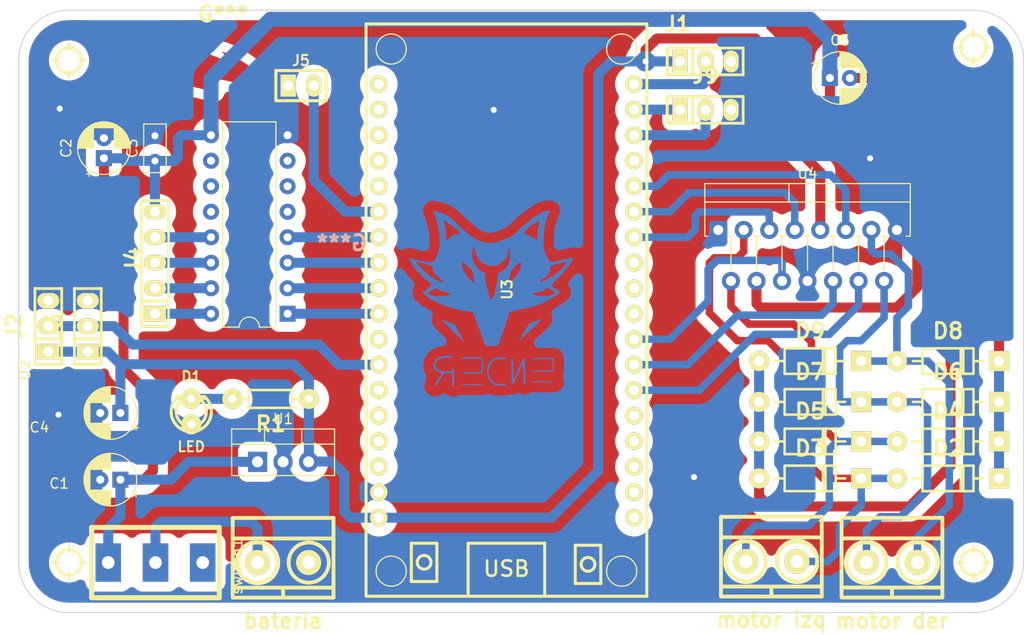
<source format=kicad_pcb>
(kicad_pcb (version 20211014) (generator pcbnew)
  (layers (0 "F.Cu" signal) (31 "B.Cu" signal) (34 "B.Paste" user) (35 "F.Paste" user) (36 "B.SilkS" user "B.Silkscreen") (37 "F.SilkS" user "F.Silkscreen") (38 "B.Mask" user) (39 "F.Mask" user) (44 "Edge.Cuts" user))
  (net 0 "")
  (net 1 "+5V")
  (net 2 "GND")
  (net 3 "Net-(D1-Pad2)")
  (net 4 "Net-(J4-Pad2)")
  (net 5 "+BATT")
  (net 6 "/pin_IR")
  (net 7 "Net-(C5-Pad2)")
  (net 8 "/IN_1_STEP")
  (net 9 "/IN_2_STEP")
  (net 10 "/IN_3_STEP")
  (net 11 "/IN_4_STEP")
  (net 22 "/buzzer")
  (net 23 "/ENB")
  (net 24 "/IN4")
  (net 25 "/IN3")
  (net 26 "/ENA")
  (net 27 "/IN2")
  (net 28 "/IN1")
  (net 41 "/tx0")
  (net 43 "Net-(J4-Pad3)")
  (net 44 "Net-(J4-Pad4)")
  (net 45 "VCC")
  (net 46 "Net-(D8-Pad1)")
  (net 47 "Net-(J4-Pad1)")
  (net 48 "Net-(D2-Pad1)")
  (net 49 "Net-(D4-Pad1)")
  (net 50 "Net-(D6-Pad1)")
  (net 51 "/Pin_led_1")
  (net 54 "/Pin_led_2 y 3")
  (footprint "Package_TO_SOT_THT:TO-220-15_P2.54x2.54mm_StaggerEven_Lead4.58mm_Vertical" (layer "F.Cu") (at 94.61 46.885)
    (fp_text reference "U4")
    (fp_text value "L298(H)N")
  )
  (footprint "Capacitor_THT:CP_Radial_D5.0mm_P2.00mm" (layer "F.Cu") (at 105.724888 31.75)
    (fp_text reference "C5")
    (fp_text value "220uf")
  )
  (footprint "Capacitor_THT:CP_Radial_D5.0mm_P2.00mm" (layer "F.Cu") (at 35.114 65.111 180)
    (fp_text reference "C4")
    (fp_text value "220uf")
  )
  (footprint "EESTN5:DO-41" (layer "F.Cu") (at 103.759 67.945)
    (fp_text reference "D5")
    (fp_text value "1n4001" hide)
  )
  (footprint "EESTN5:RES0.3" (layer "F.Cu") (at 50.068 63.714 180)
    (fp_text reference "R1")
    (fp_text value "1k" hide)
  )
  (footprint "Capacitor_THT:C_Rect_L4.6mm_W2.0mm_P2.50mm_MKS02_FKP02" (layer "F.Cu") (at 38.5572 40.005 90)
    (fp_text reference "C3")
    (fp_text value "100n")
  )
  (footprint "EESTN5:hole_2mm" (layer "F.Cu") (at 30 30)
    (fp_text reference "hole_2mm" hide)
    (fp_text value "VAL**" hide)
  )
  (footprint "EESTN5:hole_2mm" (layer "F.Cu") (at 30 80)
    (fp_text reference "hole_2mm" hide)
    (fp_text value "VAL**" hide)
  )
  (footprint "ender_logo:78" (layer "F.Cu") (at 40.894 30.48)
    (fp_text reference "G***")
    (fp_text value "LOGO" hide)
  )
  (footprint "Package_DIP:DIP-16_W7.62mm" (layer "F.Cu") (at 51.7552 55.23 180)
    (fp_text reference "U2")
    (fp_text value "ULN2003A")
  )
  (footprint "EESTN5:BORNERA2_AZUL" (layer "F.Cu") (at 111.9 80)
    (fp_text reference "J7" hide)
    (fp_text value "motor der")
  )
  (footprint "EESTN5:DO-41" (layer "F.Cu") (at 103.759 71.628)
    (fp_text reference "D3")
    (fp_text value "1n4001" hide)
  )
  (footprint "Capacitor_THT:CP_Radial_D5.0mm_P2.00mm" (layer "F.Cu") (at 33.4772 39.740113 90)
    (fp_text reference "C2")
    (fp_text value "100u")
  )
  (footprint "EESTN5:DO-41" (layer "F.Cu") (at 103.759 59.944)
    (fp_text reference "D9")
    (fp_text value "1n4001" hide)
  )
  (footprint "EESTN5:DO-41" (layer "F.Cu") (at 117.475 67.945)
    (fp_text reference "D4")
    (fp_text value "1n4001" hide)
  )
  (footprint "EESTN5:Pin_Header_3" (layer "F.Cu") (at 93.345 34.925)
    (fp_text reference "J9")
    (fp_text value "salida emisor" hide)
  )
  (footprint "EESTN5:DO-41" (layer "F.Cu") (at 103.759 64.008)
    (fp_text reference "D7")
    (fp_text value "1n4001" hide)
  )
  (footprint "EESTN5:Pin_Header_3" (layer "F.Cu") (at 27.94 56.4642 90)
    (fp_text reference "J2")
    (fp_text value "led rgb" hide)
  )
  (footprint "EESTN5:hole_2mm" (layer "F.Cu") (at 120 28.702)
    (fp_text reference "hole_2mm" hide)
    (fp_text value "VAL**" hide)
  )
  (footprint "EESTN5:DO-41" (layer "F.Cu") (at 117.475 59.944)
    (fp_text reference "D8")
    (fp_text value "1n4001" hide)
  )
  (footprint "EESTN5:DO-41" (layer "F.Cu") (at 117.475 64.008)
    (fp_text reference "D6")
    (fp_text value "1n4001" hide)
  )
  (footprint "EESTN5:Pin_Strip_5" (layer "F.Cu") (at 38.5572 50.15 90)
    (fp_text reference "J4")
    (fp_text value "conector a stepper" hide)
  )
  (footprint "EESTN5:BORNERA2_AZUL" (layer "F.Cu") (at 99.9 79.9)
    (fp_text reference "J6" hide)
    (fp_text value "motor izq")
  )
  (footprint "EESTN5:Pin_Header_3" (layer "F.Cu") (at 93.345 30.099)
    (fp_text reference "J1")
    (fp_text value "led rgb" hide)
  )
  (footprint "EESTN5:DO-41" (layer "F.Cu") (at 117.475 71.628)
    (fp_text reference "D2")
    (fp_text value "1n4001" hide)
  )
  (footprint "Package_TO_SOT_THT:TO-220-3_Vertical" (layer "F.Cu") (at 48.768 69.977)
    (fp_text reference "U1")
    (fp_text value "LM78M05")
  )
  (footprint "EESTN5:Pin_Header_3" (layer "F.Cu") (at 31.877 56.4642 90)
    (fp_text reference "J3")
    (fp_text value "led rgb" hide)
  )
  (footprint "EESTN5:BORNERA2_AZUL" (layer "F.Cu") (at 51.308 80.01)
    (fp_text reference "J8" hide)
    (fp_text value "bateria")
  )
  (footprint "EESTN5:hole_2mm" (layer "F.Cu") (at 120 80)
    (fp_text reference "hole_2mm" hide)
    (fp_text value "VAL**" hide)
  )
  (footprint "EESTN5:led_3mm_clear" (layer "F.Cu") (at 42.168 64.977 180)
    (fp_text reference "D1")
    (fp_text value "LED")
  )
  (footprint "EESTN5:Pin_strip_2" (layer "F.Cu") (at 53.086 32.512)
    (fp_text reference "J5")
    (fp_text value "buzzer" hide)
  )
  (footprint "EESTN5:SW_SPDT_TH_Vertical" (layer "F.Cu") (at 38.608 80.01 -90)
    (fp_text reference "switch1")
    (fp_text value "SW_SPDT" hide)
  )
  (footprint "Capacitor_THT:CP_Radial_D5.0mm_P2.00mm" (layer "F.Cu") (at 35.118113 71.755 180)
    (fp_text reference "C1")
    (fp_text value "10uf")
  )
  (footprint "EESTN5:ESP32_DEVKIT_V1_DOIT" (layer "F.Cu") (at 73.533 52.684 -90)
    (fp_text reference "U3")
    (fp_text value "ESP32_DevKit_V1_DOIT" hide)
  )
  (footprint "ender_logo:p" (layer "B.Cu") (at 71.616259 53.386022 180)
    (fp_text reference "G***")
    (fp_text value "LOGO" hide)
  )
  (gr_arc (start 125 80) (mid 123.535534 83.535534) (end 120 85) (layer "Edge.Cuts") (width 0.1))
  (gr_line (start 25 80) (end 25 30) (layer "Edge.Cuts") (width 0.1))
  (gr_arc (start 120 25) (mid 123.535534 26.464466) (end 125 30) (layer "Edge.Cuts") (width 0.1))
  (gr_line (start 120 85) (end 30 85) (layer "Edge.Cuts") (width 0.1))
  (gr_line (start 30 25) (end 120 25) (layer "Edge.Cuts") (width 0.1))
  (gr_line (start 125 30) (end 125 80) (layer "Edge.Cuts") (width 0.1))
  (gr_arc (start 25 30) (mid 26.464466 26.464466) (end 30 25) (layer "Edge.Cuts") (width 0.1))
  (gr_arc (start 30 85) (mid 26.464466 83.535534) (end 25 80) (layer "Edge.Cuts") (width 0.1))
  (segment (start 100.711 30.226) (end 98.298 27.813) (width 1) (layer "F.Cu") (net 1))
  (segment (start 104.77 41.143) (end 100.711 37.084) (width 1) (layer "F.Cu") (net 1))
  (segment (start 98.298 27.813) (end 88.519 27.813) (width 1) (layer "F.Cu") (net 1))
  (segment (start 87.376 28.956) (end 87.376 30.099) (width 1) (layer "F.Cu") (net 1))
  (segment (start 88.519 27.813) (end 87.376 28.956) (width 1) (layer "F.Cu") (net 1))
  (segment (start 100.711 37.084) (end 100.711 30.226) (width 1) (layer "F.Cu") (net 1))
  (segment (start 104.77 46.885) (end 104.77 41.143) (width 1) (layer "F.Cu") (net 1))
  (via (at 87.376 30.099) (size 2) (drill 0.6) (layers "F.Cu" "B.Cu") (net 1))
  (segment (start 31.877 59.0042) (end 27.94 59.0042) (width 1) (layer "B.Cu") (net 1))
  (segment (start 82.677 31.369) (end 83.947 30.099) (width 1) (layer "B.Cu") (net 1))
  (segment (start 35.114 65.111) (end 35.114 60.26) (width 1) (layer "B.Cu") (net 1))
  (segment (start 58.018 75.544) (end 57.404 74.93) (width 1) (layer "B.Cu") (net 1))
  (segment (start 77.999 75.544) (end 82.677 70.866) (width 1) (layer "B.Cu") (net 1))
  (segment (start 87.376 30.099) (end 90.805 30.099) (width 1) (layer "B.Cu") (net 1))
  (segment (start 83.947 30.099) (end 87.376 30.099) (width 1) (layer "B.Cu") (net 1))
  (segment (start 57.404 74.93) (end 57.404 71.247) (width 1) (layer "B.Cu") (net 1))
  (segment (start 53.878 63.714) (end 53.878 69.947) (width 1) (layer "B.Cu") (net 1))
  (segment (start 57.404 71.247) (end 56.104 69.947) (width 1) (layer "B.Cu") (net 1))
  (segment (start 53.878 69.947) (end 53.848 69.977) (width 0.75) (layer "B.Cu") (net 1))
  (segment (start 60.833 75.544) (end 58.018 75.544) (width 1) (layer "B.Cu") (net 1))
  (segment (start 82.677 70.866) (end 82.677 31.369) (width 1) (layer "B.Cu") (net 1))
  (segment (start 35.114 60.26) (end 52.361 60.26) (width 1) (layer "B.Cu") (net 1))
  (segment (start 33.8582 59.0042) (end 31.877 59.0042) (width 1) (layer "B.Cu") (net 1))
  (segment (start 53.878 61.777) (end 53.878 63.714) (width 1) (layer "B.Cu") (net 1))
  (segment (start 52.361 60.26) (end 53.878 61.777) (width 1) (layer "B.Cu") (net 1))
  (segment (start 60.833 75.544) (end 77.999 75.544) (width 1) (layer "B.Cu") (net 1))
  (segment (start 35.114 60.26) (end 33.8582 59.0042) (width 1) (layer "B.Cu") (net 1))
  (segment (start 56.104 69.947) (end 53.878 69.947) (width 1) (layer "B.Cu") (net 1))
  (via (at 29.083 34.798) (size 2) (drill 0.6) (layers "F.Cu" "B.Cu") (net 2))
  (via (at 109.728 39.751) (size 2) (drill 0.6) (layers "F.Cu" "B.Cu") (net 2))
  (via (at 72.263 34.925) (size 2) (drill 0.6) (layers "F.Cu" "B.Cu") (net 2))
  (via (at 92.202 71.501) (size 2) (drill 0.6) (layers "F.Cu" "B.Cu") (net 2))
  (via (at 28.956 65.278) (size 2) (drill 0.6) (layers "F.Cu" "B.Cu") (net 2))
  (segment (start 42.168 63.707) (end 46.251 63.707) (width 1) (layer "B.Cu") (net 3))
  (segment (start 46.251 63.707) (end 46.258 63.714) (width 0.75) (layer "B.Cu") (net 3))
  (segment (start 44.1352 52.69) (end 38.5572 52.69) (width 1) (layer "B.Cu") (net 4))
  (segment (start 38.608 80.01) (end 38.608 76.454) (width 1) (layer "B.Cu") (net 5))
  (segment (start 38.608 76.454) (end 39.116 75.946) (width 1) (layer "B.Cu") (net 5))
  (segment (start 48.133 75.946) (end 48.768 76.581) (width 1) (layer "B.Cu") (net 5))
  (segment (start 39.116 75.946) (end 48.133 75.946) (width 1) (layer "B.Cu") (net 5))
  (segment (start 48.768 76.581) (end 48.768 80.01) (width 1) (layer "B.Cu") (net 5))
  (segment (start 90.784 34.904) (end 90.805 34.925) (width 0.75) (layer "B.Cu") (net 6))
  (segment (start 86.233 34.904) (end 90.784 34.904) (width 1) (layer "B.Cu") (net 6))
  (segment (start 98.679 73.406) (end 98.679 71.628) (width 1) (layer "F.Cu") (net 7))
  (segment (start 99.695 74.422) (end 98.679 73.406) (width 1) (layer "F.Cu") (net 7))
  (segment (start 117.729 70.358) (end 113.665 74.422) (width 1) (layer "F.Cu") (net 7))
  (segment (start 107.724888 31.75) (end 115.189 31.75) (width 1) (layer "F.Cu") (net 7))
  (segment (start 117.729 34.29) (end 117.729 70.358) (width 1) (layer "F.Cu") (net 7))
  (segment (start 115.189 31.75) (end 117.729 34.29) (width 1) (layer "F.Cu") (net 7))
  (segment (start 113.665 74.422) (end 99.695 74.422) (width 1) (layer "F.Cu") (net 7))
  (segment (start 98.679 71.628) (end 98.679 59.944) (width 1) (layer "B.Cu") (net 7))
  (segment (start 51.7552 55.23) (end 60.827 55.23) (width 1) (layer "B.Cu") (net 8))
  (segment (start 60.827 55.23) (end 60.833 55.224) (width 0.75) (layer "B.Cu") (net 8))
  (segment (start 60.827 52.69) (end 60.833 52.684) (width 0.75) (layer "B.Cu") (net 9))
  (segment (start 51.7552 52.69) (end 60.827 52.69) (width 1) (layer "B.Cu") (net 9))
  (segment (start 60.827 50.15) (end 60.833 50.144) (width 0.75) (layer "B.Cu") (net 10))
  (segment (start 51.7552 50.15) (end 60.827 50.15) (width 1) (layer "B.Cu") (net 10))
  (segment (start 60.827 47.61) (end 60.833 47.604) (width 0.75) (layer "B.Cu") (net 11))
  (segment (start 51.7552 47.61) (end 60.827 47.61) (width 1) (layer "B.Cu") (net 11))
  (segment (start 54.356 32.512) (end 54.356 41.91) (width 1) (layer "B.Cu") (net 22))
  (segment (start 57.51 45.064) (end 60.833 45.064) (width 1) (layer "B.Cu") (net 22))
  (segment (start 54.356 41.91) (end 57.51 45.064) (width 1) (layer "B.Cu") (net 22))
  (segment (start 107.31 42.921) (end 107.31 46.885) (width 0.75) (layer "B.Cu") (net 23))
  (segment (start 86.233 42.524) (end 88.54 42.524) (width 0.75) (layer "B.Cu") (net 23))
  (segment (start 105.791 41.402) (end 107.31 42.921) (width 0.75) (layer "B.Cu") (net 23))
  (segment (start 88.54 42.524) (end 89.662 41.402) (width 0.75) (layer "B.Cu") (net 23))
  (segment (start 89.662 41.402) (end 105.791 41.402) (width 0.75) (layer "B.Cu") (net 23))
  (segment (start 105.664 57.277) (end 108.58 54.361) (width 0.75) (layer "B.Cu") (net 24))
  (segment (start 108.58 54.361) (end 108.58 51.965) (width 0.75) (layer "B.Cu") (net 24))
  (segment (start 86.233 62.844) (end 92.731 62.844) (width 0.75) (layer "B.Cu") (net 24))
  (segment (start 98.298 57.277) (end 105.664 57.277) (width 0.75) (layer "B.Cu") (net 24))
  (segment (start 92.731 62.844) (end 98.298 57.277) (width 0.75) (layer "B.Cu") (net 24))
  (segment (start 104.902 55.372) (end 106.04 54.234) (width 0.75) (layer "B.Cu") (net 25))
  (segment (start 86.233 60.304) (end 91.588 60.304) (width 0.75) (layer "B.Cu") (net 25))
  (segment (start 106.04 54.234) (end 106.04 51.965) (width 0.75) (layer "B.Cu") (net 25))
  (segment (start 91.588 60.304) (end 96.52 55.372) (width 0.75) (layer "B.Cu") (net 25))
  (segment (start 96.52 55.372) (end 104.902 55.372) (width 0.75) (layer "B.Cu") (net 25))
  (segment (start 100.711 49.911) (end 100.96 50.16) (width 0.75) (layer "B.Cu") (net 26))
  (segment (start 93.599 53.975) (end 93.599 50.8) (width 0.75) (layer "B.Cu") (net 26))
  (segment (start 89.81 57.764) (end 93.599 53.975) (width 0.75) (layer "B.Cu") (net 26))
  (segment (start 93.599 50.8) (end 94.488 49.911) (width 0.75) (layer "B.Cu") (net 26))
  (segment (start 86.233 57.764) (end 89.81 57.764) (width 0.75) (layer "B.Cu") (net 26))
  (segment (start 94.488 49.911) (end 100.711 49.911) (width 0.75) (layer "B.Cu") (net 26))
  (segment (start 100.96 50.16) (end 100.96 51.965) (width 0.75) (layer "B.Cu") (net 26))
  (segment (start 89.81 45.064) (end 91.694 43.18) (width 0.75) (layer "B.Cu") (net 27))
  (segment (start 102.23 44.191) (end 102.23 46.885) (width 0.75) (layer "B.Cu") (net 27))
  (segment (start 86.233 45.064) (end 89.81 45.064) (width 0.75) (layer "B.Cu") (net 27))
  (segment (start 91.694 43.18) (end 101.219 43.18) (width 0.75) (layer "B.Cu") (net 27))
  (segment (start 101.219 43.18) (end 102.23 44.191) (width 0.75) (layer "B.Cu") (net 27))
  (segment (start 99.69 45.217) (end 99.69 46.885) (width 0.75) (layer "B.Cu") (net 28))
  (segment (start 92.71 45.085) (end 99.558 45.085) (width 0.75) (layer "B.Cu") (net 28))
  (segment (start 91.588 47.604) (end 92.329 46.863) (width 0.75) (layer "B.Cu") (net 28))
  (segment (start 86.233 47.604) (end 91.588 47.604) (width 0.75) (layer "B.Cu") (net 28))
  (segment (start 92.329 45.466) (end 92.71 45.085) (width 0.75) (layer "B.Cu") (net 28))
  (segment (start 92.329 46.863) (end 92.329 45.466) (width 0.75) (layer "B.Cu") (net 28))
  (segment (start 99.558 45.085) (end 99.69 45.217) (width 0.75) (layer "B.Cu") (net 28))
  (segment (start 93.112 37.444) (end 93.345 37.211) (width 1) (layer "B.Cu") (net 41))
  (segment (start 86.233 37.444) (end 93.112 37.444) (width 1) (layer "B.Cu") (net 41))
  (segment (start 93.345 37.211) (end 93.345 34.925) (width 1) (layer "B.Cu") (net 41))
  (segment (start 44.1352 50.15) (end 38.5572 50.15) (width 1) (layer "B.Cu") (net 43))
  (segment (start 44.1352 47.61) (end 38.5572 47.61) (width 1) (layer "B.Cu") (net 44))
  (segment (start 107.061 35.433) (end 105.724888 34.096888) (width 1) (layer "F.Cu") (net 45))
  (segment (start 98.42 54.224) (end 98.806 54.61) (width 1) (layer "F.Cu") (net 45))
  (segment (start 122.555 59.944) (end 122.555 34.798) (width 1) (layer "F.Cu") (net 45))
  (segment (start 114.427 48.006) (end 114.427 38.735) (width 1) (layer "F.Cu") (net 45))
  (segment (start 35.433 52.07) (end 35.433 60.706) (width 1) (layer "F.Cu") (net 45))
  (segment (start 38.354 70.866) (end 37.465 71.755) (width 1) (layer "F.Cu") (net 45))
  (segment (start 122.555 34.798) (end 116.713 28.956) (width 1) (layer "F.Cu") (net 45))
  (segment (start 114.427 52.578) (end 114.427 48.006) (width 1) (layer "F.Cu") (net 45))
  (segment (start 98.42 51.965) (end 98.42 54.224) (width 1) (layer "F.Cu") (net 45))
  (segment (start 105.724888 31.75) (end 105.724888 29.784112) (width 1) (layer "F.Cu") (net 45))
  (segment (start 37.465 71.755) (end 35.118113 71.755) (width 1) (layer "F.Cu") (net 45))
  (segment (start 105.724888 29.784112) (end 106.553 28.956) (width 1) (layer "F.Cu") (net 45))
  (segment (start 38.354 63.627) (end 38.354 70.866) (width 1) (layer "F.Cu") (net 45))
  (segment (start 111.125 35.433) (end 107.061 35.433) (width 1) (layer "F.Cu") (net 45))
  (segment (start 98.806 54.61) (end 112.395 54.61) (width 1) (layer "F.Cu") (net 45))
  (segment (start 35.433 60.706) (end 38.354 63.627) (width 1) (layer "F.Cu") (net 45))
  (segment (start 116.713 28.956) (end 106.553 28.956) (width 1) (layer "F.Cu") (net 45))
  (segment (start 33.4772 39.740113) (end 33.4772 50.1142) (width 1) (layer "F.Cu") (net 45))
  (segment (start 114.427 38.735) (end 111.125 35.433) (width 1) (layer "F.Cu") (net 45))
  (segment (start 112.395 54.61) (end 114.427 52.578) (width 1) (layer "F.Cu") (net 45))
  (segment (start 33.4772 50.1142) (end 35.433 52.07) (width 1) (layer "F.Cu") (net 45))
  (segment (start 105.724888 34.096888) (end 105.724888 31.75) (width 1) (layer "F.Cu") (net 45))
  (segment (start 35.6362 40.005) (end 38.5572 40.005) (width 1) (layer "B.Cu") (net 45))
  (segment (start 40.8432 39.624) (end 40.8432 37.7698) (width 1) (layer "B.Cu") (net 45))
  (segment (start 41.91 69.977) (end 40.132 71.755) (width 1) (layer "B.Cu") (net 45))
  (segment (start 103.759 25.908) (end 105.724888 27.873888) (width 1.5) (layer "B.Cu") (net 45))
  (segment (start 48.768 69.977) (end 41.91 69.977) (width 1) (layer "B.Cu") (net 45))
  (segment (start 50.038 25.908) (end 103.759 25.908) (width 1.5) (layer "B.Cu") (net 45))
  (segment (start 35.118113 75.371887) (end 35.118113 71.755) (width 1) (layer "B.Cu") (net 45))
  (segment (start 38.5572 40.005) (end 40.4622 40.005) (width 1) (layer "B.Cu") (net 45))
  (segment (start 33.908 76.582) (end 35.118113 75.371887) (width 1) (layer "B.Cu") (net 45))
  (segment (start 40.132 71.755) (end 35.118113 71.755) (width 1) (layer "B.Cu") (net 45))
  (segment (start 122.555 71.628) (end 122.555 59.944) (width 1) (layer "B.Cu") (net 45))
  (segment (start 33.908 80.01) (end 33.908 76.582) (width 1) (layer "B.Cu") (net 45))
  (segment (start 44.1352 37.45) (end 44.1352 31.8108) (width 1.5) (layer "B.Cu") (net 45))
  (segment (start 38.5572 45.07) (end 38.5572 40.005) (width 1) (layer "B.Cu") (net 45))
  (segment (start 40.8432 37.7698) (end 41.163 37.45) (width 1) (layer "B.Cu") (net 45))
  (segment (start 33.4772 39.740113) (end 35.371313 39.740113) (width 1) (layer "B.Cu") (net 45))
  (segment (start 44.1352 31.8108) (end 50.038 25.908) (width 1.5) (layer "B.Cu") (net 45))
  (segment (start 105.724888 27.873888) (end 105.724888 31.75) (width 1.5) (layer "B.Cu") (net 45))
  (segment (start 41.163 37.45) (end 44.1352 37.45) (width 1) (layer "B.Cu") (net 45))
  (segment (start 35.371313 39.740113) (end 35.6362 40.005) (width 1) (layer "B.Cu") (net 45))
  (segment (start 40.4622 40.005) (end 40.8432 39.624) (width 1) (layer "B.Cu") (net 45))
  (segment (start 112.395 55.626) (end 113.538 54.483) (width 0.75) (layer "B.Cu") (net 46))
  (segment (start 117.602 74.295) (end 114.44 77.457) (width 0.75) (layer "B.Cu") (net 46))
  (segment (start 117.602 62.103) (end 117.602 74.295) (width 0.75) (layer "B.Cu") (net 46))
  (segment (start 110.236 49.276) (end 109.85 48.89) (width 0.75) (layer "B.Cu") (net 46))
  (segment (start 112.395 59.944) (end 112.395 55.626) (width 0.75) (layer "B.Cu") (net 46))
  (segment (start 111.76 49.276) (end 110.236 49.276) (width 0.75) (layer "B.Cu") (net 46))
  (segment (start 113.538 54.483) (end 113.538 51.054) (width 0.75) (layer "B.Cu") (net 46))
  (segment (start 114.44 77.457) (end 114.44 80) (width 0.75) (layer "B.Cu") (net 46))
  (segment (start 112.395 59.944) (end 115.443 59.944) (width 0.75) (layer "B.Cu") (net 46))
  (segment (start 108.839 59.944) (end 112.395 59.944) (width 0.75) (layer "B.Cu") (net 46))
  (segment (start 115.443 59.944) (end 117.602 62.103) (width 0.75) (layer "B.Cu") (net 46))
  (segment (start 109.85 48.89) (end 109.85 46.885) (width 0.75) (layer "B.Cu") (net 46))
  (segment (start 113.538 51.054) (end 111.76 49.276) (width 0.75) (layer "B.Cu") (net 46))
  (segment (start 44.1352 55.23) (end 38.5572 55.23) (width 1) (layer "B.Cu") (net 47))
  (segment (start 101.219 59.563) (end 99.568 57.912) (width 0.75) (layer "F.Cu") (net 48))
  (segment (start 94.234 49.657) (end 96.52 49.657) (width 0.75) (layer "F.Cu") (net 48))
  (segment (start 108.839 71.628) (end 105.029 71.628) (width 0.75) (layer "F.Cu") (net 48))
  (segment (start 93.726 50.165) (end 94.234 49.657) (width 0.75) (layer "F.Cu") (net 48))
  (segment (start 97.15 49.027) (end 97.15 46.885) (width 0.75) (layer "F.Cu") (net 48))
  (segment (start 96.52 57.912) (end 93.726 55.118) (width 0.75) (layer "F.Cu") (net 48))
  (segment (start 99.568 57.912) (end 96.52 57.912) (width 0.75) (layer "F.Cu") (net 48))
  (segment (start 96.52 49.657) (end 97.15 49.027) (width 0.75) (layer "F.Cu") (net 48))
  (segment (start 101.219 67.818) (end 101.219 59.563) (width 0.75) (layer "F.Cu") (net 48))
  (segment (start 93.726 55.118) (end 93.726 50.165) (width 0.75) (layer "F.Cu") (net 48))
  (segment (start 105.029 71.628) (end 101.219 67.818) (width 0.75) (layer "F.Cu") (net 48))
  (segment (start 108.839 71.628) (end 112.395 71.628) (width 0.75) (layer "B.Cu") (net 48))
  (segment (start 105.52 79.9) (end 102.44 79.9) (width 0.75) (layer "B.Cu") (net 48))
  (segment (start 106.68 78.74) (end 105.52 79.9) (width 0.75) (layer "B.Cu") (net 48))
  (segment (start 108.839 74.295) (end 106.68 76.454) (width 0.75) (layer "B.Cu") (net 48))
  (segment (start 108.839 71.628) (end 108.839 74.295) (width 0.75) (layer "B.Cu") (net 48))
  (segment (start 106.68 76.454) (end 106.68 78.74) (width 0.75) (layer "B.Cu") (net 48))
  (segment (start 108.839 67.945) (end 106.426 67.945) (width 0.75) (layer "F.Cu") (net 49))
  (segment (start 97.663 56.261) (end 95.88 54.478) (width 0.75) (layer "F.Cu") (net 49))
  (segment (start 102.108 56.261) (end 97.663 56.261) (width 0.75) (layer "F.Cu") (net 49))
  (segment (start 103.886 65.405) (end 103.886 58.039) (width 0.75) (layer "F.Cu") (net 49))
  (segment (start 106.426 67.945) (end 103.886 65.405) (width 0.75) (layer "F.Cu") (net 49))
  (segment (start 103.886 58.039) (end 102.108 56.261) (width 0.75) (layer "F.Cu") (net 49))
  (segment (start 95.88 54.478) (end 95.88 51.965) (width 0.75) (layer "F.Cu") (net 49))
  (segment (start 106.426 67.945) (end 108.839 67.945) (width 0.75) (layer "B.Cu") (net 49))
  (segment (start 105.664 74.295) (end 105.664 68.707) (width 0.75) (layer "B.Cu") (net 49))
  (segment (start 105.664 68.707) (end 106.426 67.945) (width 0.75) (layer "B.Cu") (net 49))
  (segment (start 97.36 77.265) (end 98.298 76.327) (width 0.75) (layer "B.Cu") (net 49))
  (segment (start 103.632 76.327) (end 105.664 74.295) (width 0.75) (layer "B.Cu") (net 49))
  (segment (start 98.298 76.327) (end 103.632 76.327) (width 0.75) (layer "B.Cu") (net 49))
  (segment (start 97.36 79.9) (end 97.36 77.265) (width 0.75) (layer "B.Cu") (net 49))
  (segment (start 108.839 67.945) (end 112.395 67.945) (width 0.75) (layer "B.Cu") (net 49))
  (segment (start 111.12 55.631) (end 111.12 51.965) (width 0.75) (layer "B.Cu") (net 50))
  (segment (start 106.68 63.754) (end 106.68 58.674) (width 0.75) (layer "B.Cu") (net 50))
  (segment (start 112.776 75.438) (end 110.744 75.438) (width 0.75) (layer "B.Cu") (net 50))
  (segment (start 108.839 57.912) (end 111.12 55.631) (width 0.75) (layer "B.Cu") (net 50))
  (segment (start 109.36 76.822) (end 109.36 80) (width 0.75) (layer "B.Cu") (net 50))
  (segment (start 108.839 64.008) (end 106.934 64.008) (width 0.75) (layer "B.Cu") (net 50))
  (segment (start 110.744 75.438) (end 109.36 76.822) (width 0.75) (layer "B.Cu") (net 50))
  (segment (start 114.808 64.008) (end 115.443 64.643) (width 0.75) (layer "B.Cu") (net 50))
  (segment (start 107.442 57.912) (end 108.839 57.912) (width 0.75) (layer "B.Cu") (net 50))
  (segment (start 115.443 64.643) (end 115.443 72.771) (width 0.75) (layer "B.Cu") (net 50))
  (segment (start 115.443 72.771) (end 112.776 75.438) (width 0.75) (layer "B.Cu") (net 50))
  (segment (start 112.395 64.008) (end 114.808 64.008) (width 0.75) (layer "B.Cu") (net 50))
  (segment (start 106.934 64.008) (end 106.68 63.754) (width 0.75) (layer "B.Cu") (net 50))
  (segment (start 108.839 64.008) (end 112.395 64.008) (width 0.75) (layer "B.Cu") (net 50))
  (segment (start 106.68 58.674) (end 107.442 57.912) (width 0.75) (layer "B.Cu") (net 50))
  (segment (start 86.233 32.364) (end 93.112 32.364) (width 1) (layer "B.Cu") (net 51))
  (segment (start 93.345 32.131) (end 93.345 30.099) (width 1) (layer "B.Cu") (net 51))
  (segment (start 93.112 32.364) (end 93.345 32.131) (width 1) (layer "B.Cu") (net 51))
  (segment (start 54.864 58.293) (end 56.875 60.304) (width 1) (layer "B.Cu") (net 54))
  (segment (start 27.94 56.4642) (end 31.877 56.4642) (width 1) (layer "B.Cu") (net 54))
  (segment (start 56.875 60.304) (end 60.833 60.304) (width 1) (layer "B.Cu") (net 54))
  (segment (start 36.322 58.293) (end 54.864 58.293) (width 1) (layer "B.Cu") (net 54))
  (segment (start 31.877 56.4642) (end 34.4932 56.4642) (width 1) (layer "B.Cu") (net 54))
  (segment (start 34.4932 56.4642) (end 36.322 58.293) (width 1) (layer "B.Cu") (net 54))
  (zone (net 2) (net_name "GND") (layers F&B.Cu) (connect_pads yes (clearance 1)) (min_thickness 1) (fill yes (thermal_gap 1) (thermal_bridge_width 1))
    (polygon (pts (xy 125 85) (xy 25 85) (xy 25 25) (xy 125 25)))
  )
)
</source>
